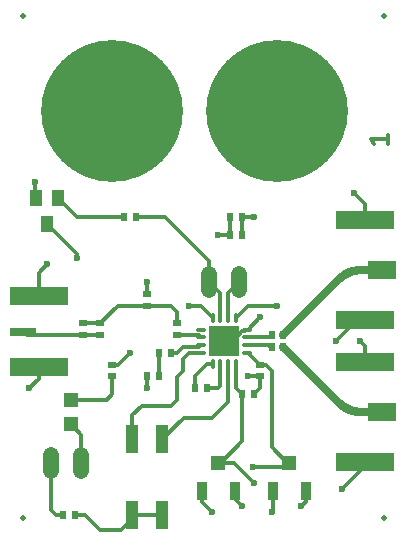
<source format=gbr>
G04 EAGLE Gerber RS-274X export*
G75*
%MOMM*%
%FSLAX34Y34*%
%LPD*%
%INTop Copper*%
%IPPOS*%
%AMOC8*
5,1,8,0,0,1.08239X$1,22.5*%
G01*
%ADD10C,0.355600*%
%ADD11R,0.700000X0.600000*%
%ADD12R,0.600000X0.700000*%
%ADD13C,0.331800*%
%ADD14R,2.600000X2.600000*%
%ADD15C,12.000000*%
%ADD16R,2.300000X0.700000*%
%ADD17R,4.900000X1.580000*%
%ADD18R,2.350000X1.500000*%
%ADD19R,4.900000X1.600000*%
%ADD20C,0.508000*%
%ADD21C,1.371600*%
%ADD22R,1.000000X1.400000*%
%ADD23R,0.900000X1.600000*%
%ADD24R,1.300000X1.300000*%
%ADD25C,0.600000*%
%ADD26R,1.130000X2.440000*%
%ADD27R,1.200000X1.200000*%
%ADD28C,0.337300*%
%ADD29C,0.713500*%


D10*
X922159Y656778D02*
X918998Y660729D01*
X933222Y660729D01*
X933222Y656778D02*
X933222Y664680D01*
D11*
X755000Y505000D03*
X755000Y495000D03*
D12*
X740000Y480000D03*
X750000Y480000D03*
D13*
X773100Y499750D02*
X777900Y499750D01*
X777900Y493250D02*
X773100Y493250D01*
X773100Y486750D02*
X777900Y486750D01*
X777900Y480250D02*
X773100Y480250D01*
X785250Y472900D02*
X785250Y468100D01*
X791750Y468100D02*
X791750Y472900D01*
X798250Y472900D02*
X798250Y468100D01*
X804750Y468100D02*
X804750Y472900D01*
X812100Y480250D02*
X816900Y480250D01*
X816900Y486750D02*
X812100Y486750D01*
X812100Y493250D02*
X816900Y493250D01*
X816900Y499750D02*
X812100Y499750D01*
X804750Y507100D02*
X804750Y511900D01*
X798250Y511900D02*
X798250Y507100D01*
X791750Y507100D02*
X791750Y511900D01*
X785250Y511900D02*
X785250Y507100D01*
D14*
X795000Y490000D03*
D15*
X840000Y685000D03*
D11*
X675000Y495000D03*
X675000Y505000D03*
X730000Y530000D03*
X730000Y520000D03*
D12*
X730000Y460000D03*
X740000Y460000D03*
D16*
X624800Y497800D03*
D17*
X637800Y527800D03*
X637800Y467800D03*
D18*
X928250Y550000D03*
D19*
X914000Y507500D03*
X914000Y592500D03*
D12*
X800000Y595000D03*
X810000Y595000D03*
X800000Y580000D03*
X810000Y580000D03*
D11*
X690000Y505000D03*
X690000Y495000D03*
D18*
X928250Y430000D03*
D19*
X914000Y387500D03*
X914000Y472500D03*
D12*
X835000Y495000D03*
X845000Y495000D03*
X845000Y485000D03*
X835000Y485000D03*
X780000Y450000D03*
X770000Y450000D03*
D20*
X930000Y765000D03*
X625000Y765000D03*
X625000Y340000D03*
X930000Y340000D03*
D21*
X782300Y533142D02*
X782300Y546858D01*
X807700Y546858D02*
X807700Y533142D01*
D22*
X645000Y589000D03*
X635500Y611000D03*
X654500Y611000D03*
D12*
X710000Y595000D03*
X720000Y595000D03*
D11*
X700000Y460000D03*
X700000Y470000D03*
D21*
X648300Y393758D02*
X648300Y380042D01*
X673700Y380042D02*
X673700Y393758D01*
D12*
X658400Y342500D03*
X668400Y342500D03*
X820000Y445000D03*
X810000Y445000D03*
D23*
X776000Y362850D03*
X804000Y362850D03*
D24*
X790000Y387150D03*
D25*
X820000Y370000D03*
D11*
X825000Y460000D03*
X825000Y470000D03*
D23*
X836000Y362850D03*
X864000Y362850D03*
D24*
X850000Y387150D03*
D25*
X819500Y383500D03*
D26*
X717300Y342850D03*
X742700Y342850D03*
X742700Y407150D03*
X717300Y407150D03*
D15*
X700000Y685000D03*
D27*
X665000Y440500D03*
X665000Y419500D03*
D28*
X755000Y495000D02*
X770997Y495000D01*
X771093Y494905D01*
X773846Y494905D01*
X775500Y493250D01*
X690000Y505000D02*
X675000Y505000D01*
X690000Y505000D02*
X705000Y520000D01*
X730000Y520000D01*
X750000Y520000D01*
X755000Y515000D01*
X755000Y505000D01*
X740000Y480000D02*
X740000Y460000D01*
X773846Y485096D02*
X775500Y486750D01*
X773846Y485096D02*
X771093Y485096D01*
X770997Y485000D01*
X760000Y485000D01*
X755000Y480000D01*
X750000Y480000D01*
X658400Y342500D02*
X652500Y342500D01*
X648300Y346700D02*
X648300Y386900D01*
X648300Y346700D02*
X652500Y342500D01*
X810000Y580000D02*
X810000Y595000D01*
X820000Y595000D01*
D25*
X820000Y595000D03*
D28*
X804000Y362850D02*
X804000Y356000D01*
X810000Y350000D01*
D25*
X810000Y350000D03*
D28*
X864000Y354000D02*
X864000Y362850D01*
X864000Y354000D02*
X860000Y350000D01*
D25*
X860000Y350000D03*
D28*
X804750Y509500D02*
X815250Y520000D01*
X840000Y520000D01*
D25*
X840000Y520000D03*
D28*
X785250Y509500D02*
X775250Y519500D01*
X765500Y519500D01*
X765000Y520000D01*
D25*
X765000Y520000D03*
D28*
X675000Y495000D02*
X627600Y495000D01*
X624800Y497800D01*
X675000Y495000D02*
X690000Y495000D01*
X814500Y493250D02*
X830775Y493250D01*
X830926Y493252D01*
X831078Y493258D01*
X831229Y493267D01*
X831379Y493281D01*
X831530Y493298D01*
X831680Y493319D01*
X831829Y493344D01*
X831978Y493372D01*
X832126Y493405D01*
X832273Y493441D01*
X832419Y493481D01*
X832564Y493524D01*
X832708Y493571D01*
X832850Y493622D01*
X832991Y493676D01*
X833131Y493734D01*
X833270Y493796D01*
X833406Y493861D01*
X833541Y493929D01*
X833675Y494001D01*
X833806Y494076D01*
X833936Y494154D01*
X834063Y494236D01*
X834188Y494321D01*
X834311Y494409D01*
X834432Y494500D01*
X834551Y494594D01*
X834667Y494691D01*
X834781Y494791D01*
X834892Y494894D01*
X835000Y495000D01*
D29*
X845000Y495000D02*
X892561Y542561D01*
X892560Y542561D02*
X893007Y542996D01*
X893463Y543420D01*
X893930Y543833D01*
X894407Y544234D01*
X894894Y544624D01*
X895390Y545001D01*
X895895Y545367D01*
X896410Y545719D01*
X896932Y546059D01*
X897463Y546386D01*
X898001Y546700D01*
X898548Y547001D01*
X899101Y547288D01*
X899661Y547561D01*
X900228Y547821D01*
X900801Y548067D01*
X901380Y548298D01*
X901964Y548515D01*
X902553Y548718D01*
X903148Y548906D01*
X903746Y549080D01*
X904349Y549239D01*
X904956Y549383D01*
X905566Y549512D01*
X906179Y549626D01*
X906794Y549725D01*
X907412Y549809D01*
X908031Y549878D01*
X908652Y549931D01*
X909275Y549969D01*
X909898Y549992D01*
X910521Y550000D01*
X928250Y550000D01*
D28*
X830775Y486750D02*
X814500Y486750D01*
X830775Y486750D02*
X830926Y486748D01*
X831078Y486742D01*
X831229Y486733D01*
X831379Y486719D01*
X831530Y486702D01*
X831680Y486681D01*
X831829Y486656D01*
X831978Y486628D01*
X832126Y486595D01*
X832273Y486559D01*
X832419Y486519D01*
X832564Y486476D01*
X832708Y486429D01*
X832850Y486378D01*
X832991Y486324D01*
X833131Y486266D01*
X833270Y486204D01*
X833406Y486139D01*
X833541Y486071D01*
X833675Y485999D01*
X833806Y485924D01*
X833936Y485846D01*
X834063Y485764D01*
X834188Y485679D01*
X834311Y485591D01*
X834432Y485500D01*
X834551Y485406D01*
X834667Y485309D01*
X834781Y485209D01*
X834892Y485106D01*
X835000Y485000D01*
D29*
X845000Y485000D02*
X892561Y437440D01*
X892560Y437439D02*
X893007Y437004D01*
X893463Y436580D01*
X893930Y436167D01*
X894407Y435766D01*
X894894Y435376D01*
X895390Y434999D01*
X895895Y434633D01*
X896410Y434281D01*
X896932Y433941D01*
X897463Y433614D01*
X898001Y433300D01*
X898548Y432999D01*
X899101Y432712D01*
X899661Y432439D01*
X900228Y432179D01*
X900801Y431933D01*
X901380Y431702D01*
X901964Y431485D01*
X902553Y431282D01*
X903148Y431094D01*
X903746Y430920D01*
X904349Y430761D01*
X904956Y430617D01*
X905566Y430488D01*
X906179Y430374D01*
X906794Y430275D01*
X907412Y430191D01*
X908031Y430122D01*
X908652Y430069D01*
X909275Y430031D01*
X909898Y430008D01*
X910521Y430000D01*
X928250Y430000D01*
D28*
X770000Y450000D02*
X770000Y460000D01*
X780500Y470500D02*
X785250Y470500D01*
X780500Y470500D02*
X770000Y460000D01*
X791750Y451750D02*
X791750Y470500D01*
X791750Y451750D02*
X790000Y450000D01*
X780000Y450000D01*
X791750Y509500D02*
X791750Y530550D01*
X782300Y540000D01*
X782300Y557700D01*
X745000Y595000D01*
X720000Y595000D01*
X798250Y530550D02*
X798250Y509500D01*
X798250Y530550D02*
X807700Y540000D01*
X710000Y595000D02*
X670500Y595000D01*
X654500Y611000D01*
X673700Y410800D02*
X673700Y386900D01*
X673700Y410800D02*
X665000Y419500D01*
X665000Y440500D02*
X695500Y440500D01*
X700000Y445000D01*
X700000Y460000D01*
X670000Y564000D02*
X645000Y589000D01*
X670000Y564000D02*
X670000Y560000D01*
D25*
X670000Y560000D03*
X715000Y480000D03*
D28*
X705000Y470000D01*
X700000Y470000D01*
X717300Y427300D02*
X717300Y407150D01*
X717300Y427300D02*
X725000Y435000D01*
X750000Y435000D01*
X755000Y440000D01*
X755000Y459723D01*
X775250Y480000D02*
X775500Y480250D01*
X775250Y480000D02*
X765000Y480000D01*
X760000Y475000D01*
X760000Y464723D02*
X755000Y459723D01*
X760000Y464723D02*
X760000Y475000D01*
X760550Y425000D02*
X742700Y407150D01*
X760550Y425000D02*
X785000Y425000D01*
X798250Y438250D02*
X798250Y470500D01*
X798250Y438250D02*
X785000Y425000D01*
X677500Y342500D02*
X668400Y342500D01*
X677500Y342500D02*
X690000Y330000D01*
X717300Y342850D02*
X720000Y342850D01*
X742700Y342850D01*
X707150Y330000D02*
X690000Y330000D01*
X707150Y330000D02*
X720000Y342850D01*
X810000Y445000D02*
X804750Y450250D01*
X804750Y470500D01*
X810000Y445000D02*
X810000Y405000D01*
X792150Y387150D01*
X790000Y387150D01*
X802850Y387150D01*
X820000Y370000D01*
X819500Y383500D02*
X846350Y383500D01*
X850000Y387150D01*
X825000Y470000D02*
X814750Y480250D01*
X814500Y480250D01*
X825000Y470000D02*
X830000Y470000D01*
X835000Y465000D01*
X835000Y400000D01*
X847850Y387150D01*
X850000Y387150D01*
X914000Y606000D02*
X905000Y615000D01*
X914000Y606000D02*
X914000Y592500D01*
D25*
X905000Y615000D03*
D28*
X907500Y507500D02*
X914000Y507500D01*
X907500Y507500D02*
X890000Y490000D01*
D25*
X890000Y490000D03*
D28*
X910000Y490000D02*
X914000Y486000D01*
X914000Y472500D01*
D25*
X910000Y490000D03*
D28*
X914000Y387500D02*
X914000Y384000D01*
X895000Y365000D01*
D25*
X895000Y365000D03*
D28*
X637800Y527800D02*
X637800Y547800D01*
X645000Y555000D01*
D25*
X645000Y555000D03*
D28*
X637800Y467800D02*
X637800Y457800D01*
X630000Y450000D01*
D25*
X630000Y450000D03*
D28*
X635500Y611000D02*
X635000Y611500D01*
X635000Y625000D01*
D25*
X635000Y625000D03*
D28*
X800000Y595000D02*
X800000Y580000D01*
X730000Y460000D02*
X730000Y450000D01*
D25*
X730000Y450000D03*
D28*
X730000Y530000D02*
X730000Y540000D01*
D25*
X730000Y540000D03*
D28*
X790000Y580000D02*
X800000Y580000D01*
D25*
X790000Y580000D03*
D28*
X836000Y362850D02*
X836000Y346000D01*
X835000Y345000D01*
D25*
X835000Y345000D03*
D28*
X820000Y445000D02*
X825000Y450000D01*
X825000Y460000D01*
X776000Y362850D02*
X776000Y354000D01*
X785000Y345000D01*
D25*
X785000Y345000D03*
D28*
X814500Y499750D02*
X814750Y499750D01*
X825000Y510000D01*
D25*
X825000Y510000D03*
D28*
X814500Y499750D02*
X812873Y498123D01*
X801997Y490000D02*
X795000Y490000D01*
X810120Y498123D02*
X812873Y498123D01*
X810120Y498123D02*
X801997Y490000D01*
X815000Y460000D02*
X825000Y460000D01*
D25*
X815000Y460000D03*
M02*

</source>
